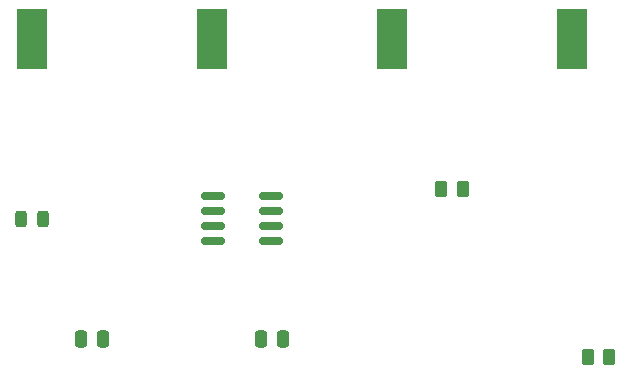
<source format=gbr>
%TF.GenerationSoftware,KiCad,Pcbnew,(6.0.2)*%
%TF.CreationDate,2022-02-27T09:47:09-08:00*%
%TF.ProjectId,intro project,696e7472-6f20-4707-926f-6a6563742e6b,rev?*%
%TF.SameCoordinates,Original*%
%TF.FileFunction,Paste,Top*%
%TF.FilePolarity,Positive*%
%FSLAX46Y46*%
G04 Gerber Fmt 4.6, Leading zero omitted, Abs format (unit mm)*
G04 Created by KiCad (PCBNEW (6.0.2)) date 2022-02-27 09:47:09*
%MOMM*%
%LPD*%
G01*
G04 APERTURE LIST*
G04 Aperture macros list*
%AMRoundRect*
0 Rectangle with rounded corners*
0 $1 Rounding radius*
0 $2 $3 $4 $5 $6 $7 $8 $9 X,Y pos of 4 corners*
0 Add a 4 corners polygon primitive as box body*
4,1,4,$2,$3,$4,$5,$6,$7,$8,$9,$2,$3,0*
0 Add four circle primitives for the rounded corners*
1,1,$1+$1,$2,$3*
1,1,$1+$1,$4,$5*
1,1,$1+$1,$6,$7*
1,1,$1+$1,$8,$9*
0 Add four rect primitives between the rounded corners*
20,1,$1+$1,$2,$3,$4,$5,0*
20,1,$1+$1,$4,$5,$6,$7,0*
20,1,$1+$1,$6,$7,$8,$9,0*
20,1,$1+$1,$8,$9,$2,$3,0*%
G04 Aperture macros list end*
%ADD10RoundRect,0.150000X-0.825000X-0.150000X0.825000X-0.150000X0.825000X0.150000X-0.825000X0.150000X0*%
%ADD11RoundRect,0.250000X-0.262500X-0.450000X0.262500X-0.450000X0.262500X0.450000X-0.262500X0.450000X0*%
%ADD12RoundRect,0.243750X-0.243750X-0.456250X0.243750X-0.456250X0.243750X0.456250X-0.243750X0.456250X0*%
%ADD13RoundRect,0.250000X-0.250000X-0.475000X0.250000X-0.475000X0.250000X0.475000X-0.250000X0.475000X0*%
%ADD14R,2.500000X5.100000*%
G04 APERTURE END LIST*
D10*
%TO.C,U1*%
X114365000Y-76835000D03*
X114365000Y-78105000D03*
X114365000Y-79375000D03*
X114365000Y-80645000D03*
X119315000Y-80645000D03*
X119315000Y-79375000D03*
X119315000Y-78105000D03*
X119315000Y-76835000D03*
%TD*%
D11*
%TO.C,R2*%
X146113214Y-90415480D03*
X147938214Y-90415480D03*
%TD*%
%TO.C,R1*%
X133707500Y-76200000D03*
X135532500Y-76200000D03*
%TD*%
D12*
%TO.C,D1*%
X99997500Y-78740000D03*
X98122500Y-78740000D03*
%TD*%
D13*
%TO.C,C2*%
X103190000Y-88900000D03*
X105090000Y-88900000D03*
%TD*%
%TO.C,C1*%
X120330000Y-88900000D03*
X118430000Y-88900000D03*
%TD*%
D14*
%TO.C,BT2*%
X114280000Y-63500000D03*
X99080000Y-63500000D03*
%TD*%
%TO.C,BT1*%
X144760000Y-63500000D03*
X129560000Y-63500000D03*
%TD*%
M02*

</source>
